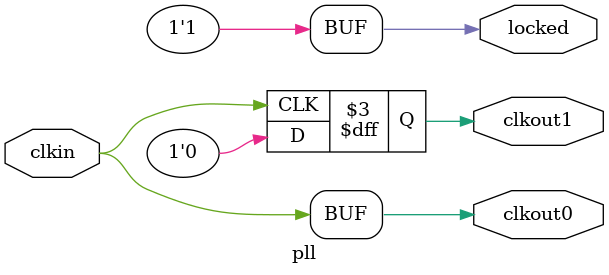
<source format=v>
module pll(
    input clkin, // 25 MHz, 0 deg
    output clkout0, // 25 MHz, 0 deg
    output reg clkout1, // 100 Mhz, 0 deg
    output reg locked
);

initial begin
    locked = 0;
    #100
    locked = 1;
end
assign clkout0 = clkin;
always @(posedge clkin) begin
   clkout1 <= 1;
   #5 clkout1 <= 0;

   #5 clkout1 <= 1;
   #5 clkout1 <= 0;

   #5 clkout1 <= 1;
   #5 clkout1 <= 0;

   #5 clkout1 <= 1;
   #5 clkout1 <= 0;
   end
endmodule

</source>
